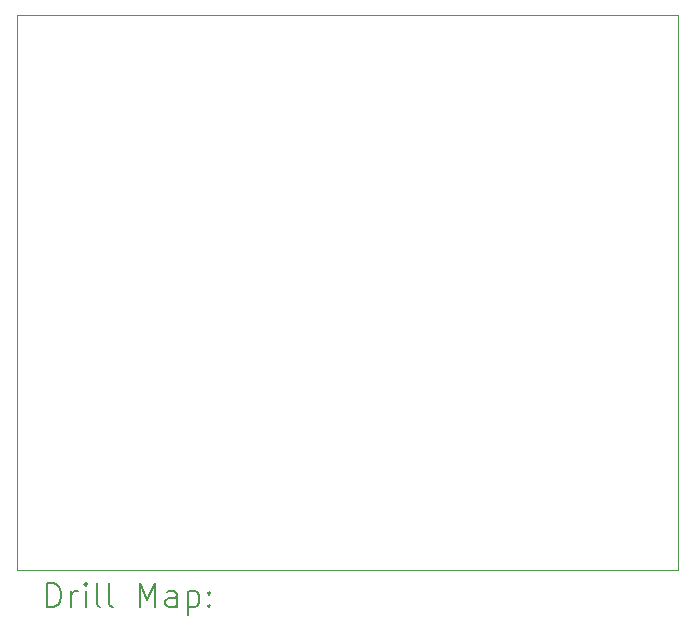
<source format=gbr>
%TF.GenerationSoftware,KiCad,Pcbnew,8.0.1*%
%TF.CreationDate,2024-05-12T16:04:07-04:00*%
%TF.ProjectId,recyclobot_main,72656379-636c-46f6-926f-745f6d61696e,rev?*%
%TF.SameCoordinates,Original*%
%TF.FileFunction,Drillmap*%
%TF.FilePolarity,Positive*%
%FSLAX45Y45*%
G04 Gerber Fmt 4.5, Leading zero omitted, Abs format (unit mm)*
G04 Created by KiCad (PCBNEW 8.0.1) date 2024-05-12 16:04:07*
%MOMM*%
%LPD*%
G01*
G04 APERTURE LIST*
%ADD10C,0.050000*%
%ADD11C,0.200000*%
G04 APERTURE END LIST*
D10*
X12000000Y-11200000D02*
X12000000Y-6500000D01*
X17600000Y-11200000D02*
X12000000Y-11200000D01*
X17600000Y-6500000D02*
X17600000Y-11200000D01*
X12000000Y-6500000D02*
X17600000Y-6500000D01*
D11*
X12258277Y-11513984D02*
X12258277Y-11313984D01*
X12258277Y-11313984D02*
X12305896Y-11313984D01*
X12305896Y-11313984D02*
X12334467Y-11323508D01*
X12334467Y-11323508D02*
X12353515Y-11342555D01*
X12353515Y-11342555D02*
X12363039Y-11361603D01*
X12363039Y-11361603D02*
X12372562Y-11399698D01*
X12372562Y-11399698D02*
X12372562Y-11428269D01*
X12372562Y-11428269D02*
X12363039Y-11466365D01*
X12363039Y-11466365D02*
X12353515Y-11485412D01*
X12353515Y-11485412D02*
X12334467Y-11504460D01*
X12334467Y-11504460D02*
X12305896Y-11513984D01*
X12305896Y-11513984D02*
X12258277Y-11513984D01*
X12458277Y-11513984D02*
X12458277Y-11380650D01*
X12458277Y-11418746D02*
X12467801Y-11399698D01*
X12467801Y-11399698D02*
X12477324Y-11390174D01*
X12477324Y-11390174D02*
X12496372Y-11380650D01*
X12496372Y-11380650D02*
X12515420Y-11380650D01*
X12582086Y-11513984D02*
X12582086Y-11380650D01*
X12582086Y-11313984D02*
X12572562Y-11323508D01*
X12572562Y-11323508D02*
X12582086Y-11333031D01*
X12582086Y-11333031D02*
X12591610Y-11323508D01*
X12591610Y-11323508D02*
X12582086Y-11313984D01*
X12582086Y-11313984D02*
X12582086Y-11333031D01*
X12705896Y-11513984D02*
X12686848Y-11504460D01*
X12686848Y-11504460D02*
X12677324Y-11485412D01*
X12677324Y-11485412D02*
X12677324Y-11313984D01*
X12810658Y-11513984D02*
X12791610Y-11504460D01*
X12791610Y-11504460D02*
X12782086Y-11485412D01*
X12782086Y-11485412D02*
X12782086Y-11313984D01*
X13039229Y-11513984D02*
X13039229Y-11313984D01*
X13039229Y-11313984D02*
X13105896Y-11456841D01*
X13105896Y-11456841D02*
X13172562Y-11313984D01*
X13172562Y-11313984D02*
X13172562Y-11513984D01*
X13353515Y-11513984D02*
X13353515Y-11409222D01*
X13353515Y-11409222D02*
X13343991Y-11390174D01*
X13343991Y-11390174D02*
X13324943Y-11380650D01*
X13324943Y-11380650D02*
X13286848Y-11380650D01*
X13286848Y-11380650D02*
X13267801Y-11390174D01*
X13353515Y-11504460D02*
X13334467Y-11513984D01*
X13334467Y-11513984D02*
X13286848Y-11513984D01*
X13286848Y-11513984D02*
X13267801Y-11504460D01*
X13267801Y-11504460D02*
X13258277Y-11485412D01*
X13258277Y-11485412D02*
X13258277Y-11466365D01*
X13258277Y-11466365D02*
X13267801Y-11447317D01*
X13267801Y-11447317D02*
X13286848Y-11437793D01*
X13286848Y-11437793D02*
X13334467Y-11437793D01*
X13334467Y-11437793D02*
X13353515Y-11428269D01*
X13448753Y-11380650D02*
X13448753Y-11580650D01*
X13448753Y-11390174D02*
X13467801Y-11380650D01*
X13467801Y-11380650D02*
X13505896Y-11380650D01*
X13505896Y-11380650D02*
X13524943Y-11390174D01*
X13524943Y-11390174D02*
X13534467Y-11399698D01*
X13534467Y-11399698D02*
X13543991Y-11418746D01*
X13543991Y-11418746D02*
X13543991Y-11475888D01*
X13543991Y-11475888D02*
X13534467Y-11494936D01*
X13534467Y-11494936D02*
X13524943Y-11504460D01*
X13524943Y-11504460D02*
X13505896Y-11513984D01*
X13505896Y-11513984D02*
X13467801Y-11513984D01*
X13467801Y-11513984D02*
X13448753Y-11504460D01*
X13629705Y-11494936D02*
X13639229Y-11504460D01*
X13639229Y-11504460D02*
X13629705Y-11513984D01*
X13629705Y-11513984D02*
X13620182Y-11504460D01*
X13620182Y-11504460D02*
X13629705Y-11494936D01*
X13629705Y-11494936D02*
X13629705Y-11513984D01*
X13629705Y-11390174D02*
X13639229Y-11399698D01*
X13639229Y-11399698D02*
X13629705Y-11409222D01*
X13629705Y-11409222D02*
X13620182Y-11399698D01*
X13620182Y-11399698D02*
X13629705Y-11390174D01*
X13629705Y-11390174D02*
X13629705Y-11409222D01*
M02*

</source>
